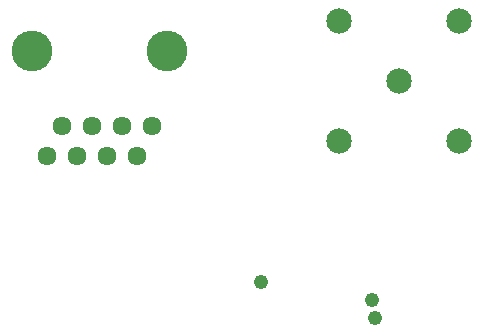
<source format=gbs>
G75*
%MOIN*%
%OFA0B0*%
%FSLAX24Y24*%
%IPPOS*%
%LPD*%
%AMOC8*
5,1,8,0,0,1.08239X$1,22.5*
%
%ADD10C,0.0634*%
%ADD11C,0.1360*%
%ADD12C,0.0845*%
%ADD13C,0.0480*%
D10*
X001430Y008680D03*
X002430Y008680D03*
X003430Y008680D03*
X004430Y008680D03*
X003930Y009680D03*
X004930Y009680D03*
X002930Y009680D03*
X001930Y009680D03*
D11*
X000930Y012180D03*
X005430Y012180D03*
D12*
X011180Y013180D03*
X013180Y011180D03*
X015180Y013180D03*
X015180Y009180D03*
X011180Y009180D03*
D13*
X008580Y004480D03*
X012280Y003880D03*
X012380Y003280D03*
M02*

</source>
